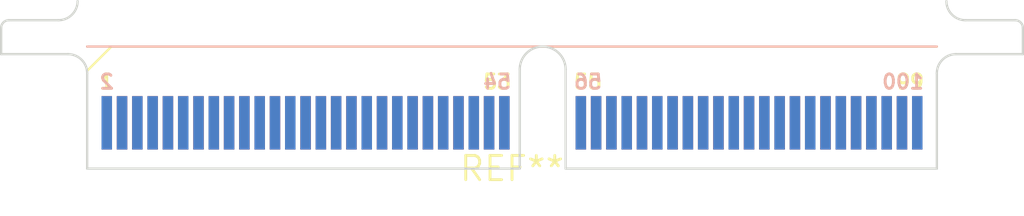
<source format=kicad_pcb>
(kicad_pcb (version 20240108) (generator pcbnew)
  (layers (0 "F.Cu" signal) (31 "B.Cu" signal) (34 "B.Paste" user) (35 "F.Paste" user) (36 "B.SilkS" user "B.Silkscreen") (37 "F.SilkS" user "F.Silkscreen") (38 "B.Mask" user) (39 "F.Mask" user) (44 "Edge.Cuts" user))
  (net 0 "")
  (footprint "Samtec_HSEC8-150-X-X-DV-BL_2x50_P0.8mm_Edge" (layer "F.Cu") (at 0 0)
    (property "Reference" "REF**")
    (property "Value" "Samtec_HSEC8-150-X-X-DV-BL_2x50_P0.8mm_Edge")
    (fp_line (start -22.225 -6.4) (end -22.225 -6.4) (layer "B.SilkS") (stroke (width 0.12)))
    (fp_line (start -22.225 -6.4) (end 22.225 -6.4) (layer "B.SilkS") (stroke (width 0.12)))
    (fp_line (start -22.225 -5.13) (end -20.955 -6.4) (layer "F.SilkS") (stroke (width 0.12)))
    (fp_line (start -20.955 -6.4) (end 22.225 -6.4) (layer "F.SilkS") (stroke (width 0.12)))
    (fp_line (start -26.725 -6) (end -26.725 -7.38) (layer "Edge.Cuts") (stroke (width 0.12)))
    (fp_line (start -26.325 -7.78) (end -23.725 -7.78) (layer "Edge.Cuts") (stroke (width 0.12)))
    (fp_line (start -23.225 -6) (end -26.725 -6) (layer "Edge.Cuts") (stroke (width 0.12)))
    (fp_line (start -22.225 -5) (end -22.225 0) (layer "Edge.Cuts") (stroke (width 0.12)))
    (fp_line (start -22.225 0) (end 0.405 0) (layer "Edge.Cuts") (stroke (width 0.12)))
    (fp_line (start 0.405 0) (end 0.405 -5.2) (layer "Edge.Cuts") (stroke (width 0.12)))
    (fp_line (start 2.805 -5.2) (end 2.805 0) (layer "Edge.Cuts") (stroke (width 0.12)))
    (fp_line (start 2.805 0) (end 22.225 0) (layer "Edge.Cuts") (stroke (width 0.12)))
    (fp_line (start 22.225 0) (end 22.225 -5) (layer "Edge.Cuts") (stroke (width 0.12)))
    (fp_line (start 23.225 -6) (end 26.725 -6) (layer "Edge.Cuts") (stroke (width 0.12)))
    (fp_line (start 26.325 -7.78) (end 23.725 -7.78) (layer "Edge.Cuts") (stroke (width 0.12)))
    (fp_line (start 26.725 -6) (end 26.725 -7.38) (layer "Edge.Cuts") (stroke (width 0.12)))
    (fp_arc (start -26.725 -7.38) (mid -26.607843 -7.662843) (end -26.325 -7.78) (layer "Edge.Cuts") (stroke (width 0.12)))
    (fp_arc (start -23.225 -6) (mid -22.517893 -5.707107) (end -22.225 -5) (layer "Edge.Cuts") (stroke (width 0.12)))
    (fp_arc (start -22.725 -8.78) (mid -23.017893 -8.072893) (end -23.725 -7.78) (layer "Edge.Cuts") (stroke (width 0.12)))
    (fp_arc (start 0.405 -5.2) (mid 1.605 -6.4) (end 2.805 -5.2) (layer "Edge.Cuts") (stroke (width 0.12)))
    (fp_arc (start 22.225 -5) (mid 22.517893 -5.707107) (end 23.225 -6) (layer "Edge.Cuts") (stroke (width 0.12)))
    (fp_arc (start 23.725 -7.78) (mid 23.017893 -8.072893) (end 22.725 -8.78) (layer "Edge.Cuts") (stroke (width 0.12)))
    (fp_arc (start 26.325 -7.78) (mid 26.607843 -7.662843) (end 26.725 -7.38) (layer "Edge.Cuts") (stroke (width 0.12)))
    (fp_text user "100" (at 20.45 -4.55 0) (layer "B.SilkS") (effects (font (size 0.75 0.75)) (justify mirror)))
    (fp_text user "54" (at -0.775 -4.55 0) (layer "B.SilkS") (effects (font (size 0.75 0.75)) (justify mirror)))
    (fp_text user "2" (at -21.2 -4.55 0) (layer "B.SilkS") (effects (font (size 0.75 0.75)) (justify mirror)))
    (fp_text user "56" (at 3.975 -4.55 0) (layer "B.SilkS") (effects (font (size 0.75 0.75)) (justify mirror)))
    (fp_text user "55" (at 3.975 -4.55 0) (layer "F.SilkS") (effects (font (size 0.75 0.75))))
    (fp_text user "1" (at -21.2 -4.55 0) (layer "F.SilkS") (effects (font (size 0.75 0.75))))
    (fp_text user "99" (at 20.825 -4.55 0) (layer "F.SilkS") (effects (font (size 0.75 0.75))))
    (fp_text user "53" (at -0.775 -4.55 0) (layer "F.SilkS") (effects (font (size 0.75 0.75))))
    (pad "1" connect rect (at -21.2 -2.4) (size 0.55 2.8) (layers "F.Cu" "F.Mask"))
    (pad "2" connect rect (at -21.2 -2.4) (size 0.55 2.8) (layers "B.Cu" "B.Mask"))
    (pad "3" connect rect (at -20.4 -2.4) (size 0.55 2.8) (layers "F.Cu" "F.Mask"))
    (pad "4" connect rect (at -20.4 -2.4) (size 0.55 2.8) (layers "B.Cu" "B.Mask"))
    (pad "5" connect rect (at -19.6 -2.4) (size 0.55 2.8) (layers "F.Cu" "F.Mask"))
    (pad "6" connect rect (at -19.6 -2.4) (size 0.55 2.8) (layers "B.Cu" "B.Mask"))
    (pad "7" connect rect (at -18.8 -2.4) (size 0.55 2.8) (layers "F.Cu" "F.Mask"))
    (pad "8" connect rect (at -18.8 -2.4) (size 0.55 2.8) (layers "B.Cu" "B.Mask"))
    (pad "9" connect rect (at -18 -2.4) (size 0.55 2.8) (layers "F.Cu" "F.Mask"))
    (pad "10" connect rect (at -18 -2.4) (size 0.55 2.8) (layers "B.Cu" "B.Mask"))
    (pad "11" connect rect (at -17.2 -2.4) (size 0.55 2.8) (layers "F.Cu" "F.Mask"))
    (pad "12" connect rect (at -17.2 -2.4) (size 0.55 2.8) (layers "B.Cu" "B.Mask"))
    (pad "13" connect rect (at -16.4 -2.4) (size 0.55 2.8) (layers "F.Cu" "F.Mask"))
    (pad "14" connect rect (at -16.4 -2.4) (size 0.55 2.8) (layers "B.Cu" "B.Mask"))
    (pad "15" connect rect (at -15.6 -2.4) (size 0.55 2.8) (layers "F.Cu" "F.Mask"))
    (pad "16" connect rect (at -15.6 -2.4) (size 0.55 2.8) (layers "B.Cu" "B.Mask"))
    (pad "17" connect rect (at -14.8 -2.4) (size 0.55 2.8) (layers "F.Cu" "F.Mask"))
    (pad "18" connect rect (at -14.8 -2.4) (size 0.55 2.8) (layers "B.Cu" "B.Mask"))
    (pad "19" connect rect (at -14 -2.4) (size 0.55 2.8) (layers "F.Cu" "F.Mask"))
    (pad "20" connect rect (at -14 -2.4) (size 0.55 2.8) (layers "B.Cu" "B.Mask"))
    (pad "21" connect rect (at -13.2 -2.4) (size 0.55 2.8) (layers "F.Cu" "F.Mask"))
    (pad "22" connect rect (at -13.2 -2.4) (size 0.55 2.8) (layers "B.Cu" "B.Mask"))
    (pad "23" connect rect (at -12.4 -2.4) (size 0.55 2.8) (layers "F.Cu" "F.Mask"))
    (pad "24" connect rect (at -12.4 -2.4) (size 0.55 2.8) (layers "B.Cu" "B.Mask"))
    (pad "25" connect rect (at -11.6 -2.4) (size 0.55 2.8) (layers "F.Cu" "F.Mask"))
    (pad "26" connect rect (at -11.6 -2.4) (size 0.55 2.8) (layers "B.Cu" "B.Mask"))
    (pad "27" connect rect (at -10.8 -2.4) (size 0.55 2.8) (layers "F.Cu" "F.Mask"))
    (pad "28" connect rect (at -10.8 -2.4) (size 0.55 2.8) (layers "B.Cu" "B.Mask"))
    (pad "29" connect rect (at -10 -2.4) (size 0.55 2.8) (layers "F.Cu" "F.Mask"))
    (pad "30" connect rect (at -10 -2.4) (size 0.55 2.8) (layers "B.Cu" "B.Mask"))
    (pad "31" connect rect (at -9.2 -2.4) (size 0.55 2.8) (layers "F.Cu" "F.Mask"))
    (pad "32" connect rect (at -9.2 -2.4) (size 0.55 2.8) (layers "B.Cu" "B.Mask"))
    (pad "33" connect rect (at -8.4 -2.4) (size 0.55 2.8) (layers "F.Cu" "F.Mask"))
    (pad "34" connect rect (at -8.4 -2.4) (size 0.55 2.8) (layers "B.Cu" "B.Mask"))
    (pad "35" connect rect (at -7.6 -2.4) (size 0.55 2.8) (layers "F.Cu" "F.Mask"))
    (pad "36" connect rect (at -7.6 -2.4) (size 0.55 2.8) (layers "B.Cu" "B.Mask"))
    (pad "37" connect rect (at -6.8 -2.4) (size 0.55 2.8) (layers "F.Cu" "F.Mask"))
    (pad "38" connect rect (at -6.8 -2.4) (size 0.55 2.8) (layers "B.Cu" "B.Mask"))
    (pad "39" connect rect (at -6 -2.4) (size 0.55 2.8) (layers "F.Cu" "F.Mask"))
    (pad "40" connect rect (at -6 -2.4) (size 0.55 2.8) (layers "B.Cu" "B.Mask"))
    (pad "41" connect rect (at -5.2 -2.4) (size 0.55 2.8) (layers "F.Cu" "F.Mask"))
    (pad "42" connect rect (at -5.2 -2.4) (size 0.55 2.8) (layers "B.Cu" "B.Mask"))
    (pad "43" connect rect (at -4.4 -2.4) (size 0.55 2.8) (layers "F.Cu" "F.Mask"))
    (pad "44" connect rect (at -4.4 -2.4) (size 0.55 2.8) (layers "B.Cu" "B.Mask"))
    (pad "45" connect rect (at -3.6 -2.4) (size 0.55 2.8) (layers "F.Cu" "F.Mask"))
    (pad "46" connect rect (at -3.6 -2.4) (size 0.55 2.8) (layers "B.Cu" "B.Mask"))
    (pad "47" connect rect (at -2.8 -2.4) (size 0.55 2.8) (layers "F.Cu" "F.Mask"))
    (pad "48" connect rect (at -2.8 -2.4) (size 0.55 2.8) (layers "B.Cu" "B.Mask"))
    (pad "49" connect rect (at -2 -2.4) (size 0.55 2.8) (layers "F.Cu" "F.Mask"))
    (pad "50" connect rect (at -2 -2.4) (size 0.55 2.8) (layers "B.Cu" "B.Mask"))
    (pad "51" connect rect (at -1.2 -2.4) (size 0.55 2.8) (layers "F.Cu" "F.Mask"))
    (pad "52" connect rect (at -1.2 -2.4) (size 0.55 2.8) (layers "B.Cu" "B.Mask"))
    (pad "53" connect rect (at -0.4 -2.4) (size 0.55 2.8) (layers "F.Cu" "F.Mask"))
    (pad "54" connect rect (at -0.4 -2.4) (size 0.55 2.8) (layers "B.Cu" "B.Mask"))
    (pad "55" connect rect (at 3.6 -2.4) (size 0.55 2.8) (layers "F.Cu" "F.Mask"))
    (pad "56" connect rect (at 3.6 -2.4) (size 0.55 2.8) (layers "B.Cu" "B.Mask"))
    (pad "57" connect rect (at 4.4 -2.4) (size 0.55 2.8) (layers "F.Cu" "F.Mask"))
    (pad "58" connect rect (at 4.4 -2.4) (size 0.55 2.8) (layers "B.Cu" "B.Mask"))
    (pad "59" connect rect (at 5.2 -2.4) (size 0.55 2.8) (layers "F.Cu" "F.Mask"))
    (pad "60" connect rect (at 5.2 -2.4) (size 0.55 2.8) (layers "B.Cu" "B.Mask"))
    (pad "61" connect rect (at 6 -2.4) (size 0.55 2.8) (layers "F.Cu" "F.Mask"))
    (pad "62" connect rect (at 6 -2.4) (size 0.55 2.8) (layers "B.Cu" "B.Mask"))
    (pad "63" connect rect (at 6.8 -2.4) (size 0.55 2.8) (layers "F.Cu" "F.Mask"))
    (pad "64" connect rect (at 6.8 -2.4) (size 0.55 2.8) (layers "B.Cu" "B.Mask"))
    (pad "65" connect rect (at 7.6 -2.4) (size 0.55 2.8) (layers "F.Cu" "F.Mask"))
    (pad "66" connect rect (at 7.6 -2.4) (size 0.55 2.8) (layers "B.Cu" "B.Mask"))
    (pad "67" connect rect (at 8.4 -2.4) (size 0.55 2.8) (layers "F.Cu" "F.Mask"))
    (pad "68" connect rect (at 8.4 -2.4) (size 0.55 2.8) (layers "B.Cu" "B.Mask"))
    (pad "69" connect rect (at 9.2 -2.4) (size 0.55 2.8) (layers "F.Cu" "F.Mask"))
    (pad "70" connect rect (at 9.2 -2.4) (size 0.55 2.8) (layers "B.Cu" "B.Mask"))
    (pad "71" connect rect (at 10 -2.4) (size 0.55 2.8) (layers "F.Cu" "F.Mask"))
    (pad "72" connect rect (at 10 -2.4) (size 0.55 2.8) (layers "B.Cu" "B.Mask"))
    (pad "73" connect rect (at 10.8 -2.4) (size 0.55 2.8) (layers "F.Cu" "F.Mask"))
    (pad "74" connect rect (at 10.8 -2.4) (size 0.55 2.8) (layers "B.Cu" "B.Mask"))
    (pad "75" connect rect (at 11.6 -2.4) (size 0.55 2.8) (layers "F.Cu" "F.Mask"))
    (pad "76" connect rect (at 11.6 -2.4) (size 0.55 2.8) (layers "B.Cu" "B.Mask"))
    (pad "77" connect rect (at 12.4 -2.4) (size 0.55 2.8) (layers "F.Cu" "F.Mask"))
    (pad "78" connect rect (at 12.4 -2.4) (size 0.55 2.8) (layers "B.Cu" "B.Mask"))
    (pad "79" connect rect (at 13.2 -2.4) (size 0.55 2.8) (layers "F.Cu" "F.Mask"))
    (pad "80" connect rect (at 13.2 -2.4) (size 0.55 2.8) (layers "B.Cu" "B.Mask"))
    (pad "81" connect rect (at 14 -2.4) (size 0.55 2.8) (layers "F.Cu" "F.Mask"))
    (pad "82" connect rect (at 14 -2.4) (size 0.55 2.8) (layers "B.Cu" "B.Mask"))
    (pad "83" connect rect (at 14.8 -2.4) (size 0.55 2.8) (layers "F.Cu" "F.Mask"))
    (pad "84" connect rect (at 14.8 -2.4) (size 0.55 2.8) (layers "B.Cu" "B.Mask"))
    (pad "85" connect rect (at 15.6 -2.4) (size 0.55 2.8) (layers "F.Cu" "F.Mask"))
    (pad "86" connect rect (at 15.6 -2.4) (size 0.55 2.8) (layers "B.Cu" "B.Mask"))
    (pad "87" connect rect (at 16.4 -2.4) (size 0.55 2.8) (layers "F.Cu" "F.Mask"))
    (pad "88" connect rect (at 16.4 -2.4) (size 0.55 2.8) (layers "B.Cu" "B.Mask"))
    (pad "89" connect rect (at 17.2 -2.4) (size 0.55 2.8) (layers "F.Cu" "F.Mask"))
    (pad "90" connect rect (at 17.2 -2.4) (size 0.55 2.8) (layers "B.Cu" "B.Mask"))
    (pad "91" connect rect (at 18 -2.4) (size 0.55 2.8) (layers "F.Cu" "F.Mask"))
    (pad "92" connect rect (at 18 -2.4) (size 0.55 2.8) (layers "B.Cu" "B.Mask"))
    (pad "93" connect rect (at 18.8 -2.4) (size 0.55 2.8) (layers "F.Cu" "F.Mask"))
    (pad "94" connect rect (at 18.8 -2.4) (size 0.55 2.8) (layers "B.Cu" "B.Mask"))
    (pad "95" connect rect (at 19.6 -2.4) (size 0.55 2.8) (layers "F.Cu" "F.Mask"))
    (pad "96" connect rect (at 19.6 -2.4) (size 0.55 2.8) (layers "B.Cu" "B.Mask"))
    (pad "97" connect rect (at 20.4 -2.4) (size 0.55 2.8) (layers "F.Cu" "F.Mask"))
    (pad "98" connect rect (at 20.4 -2.4) (size 0.55 2.8) (layers "B.Cu" "B.Mask"))
    (pad "99" connect rect (at 21.2 -2.4) (size 0.55 2.8) (layers "F.Cu" "F.Mask"))
    (pad "100" connect rect (at 21.2 -2.4) (size 0.55 2.8) (layers "B.Cu" "B.Mask"))
  )
)
</source>
